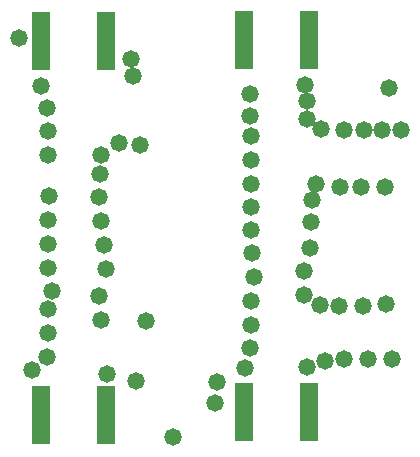
<source format=gbr>
%TF.GenerationSoftware,Altium Limited,Altium Designer,20.0.10 (225)*%
G04 Layer_Color=16711935*
%FSLAX26Y26*%
%MOIN*%
%TF.FileFunction,Soldermask,Bot*%
%TF.Part,CustomerPanel*%
G01*
G75*
%TA.AperFunction,SMDPad,CuDef*%
%ADD11R,0.062992X0.196850*%
%TA.AperFunction,ViaPad*%
%ADD17C,0.058000*%
D11*
X3414705Y3353189D02*
D03*
X3196595D02*
D03*
X3414705Y4592559D02*
D03*
X3196595D02*
D03*
X2736949Y4590591D02*
D03*
X2518839D02*
D03*
Y3343347D02*
D03*
X2736949D02*
D03*
D17*
X3400000Y4444016D02*
D03*
X3405000Y4389016D02*
D03*
X3215000Y4414016D02*
D03*
X3221374Y4193958D02*
D03*
X3221390Y4273486D02*
D03*
X3215000Y4339016D02*
D03*
X3405000Y4329016D02*
D03*
X3437563Y4112756D02*
D03*
X3680000Y4434016D02*
D03*
X3665000Y4104016D02*
D03*
X3221083Y3960108D02*
D03*
X3585000Y4104016D02*
D03*
X3515000D02*
D03*
X3217382Y3565090D02*
D03*
X3405000Y3504016D02*
D03*
X3100000Y3384016D02*
D03*
X3105000Y3454016D02*
D03*
X3594022Y3706207D02*
D03*
X3514494D02*
D03*
X3530069Y3530085D02*
D03*
X3609593Y3529304D02*
D03*
X3689120D02*
D03*
X3670000Y3714016D02*
D03*
X3655000Y4294016D02*
D03*
X3595000D02*
D03*
X3530672Y4294282D02*
D03*
X3720000Y4294016D02*
D03*
X3454254Y4298192D02*
D03*
X3221260Y4114431D02*
D03*
X3220781Y4034905D02*
D03*
X3221796Y3882434D02*
D03*
X3229057Y3803238D02*
D03*
X3220781Y3724142D02*
D03*
X3221390Y3644617D02*
D03*
X3200000Y3499016D02*
D03*
X3465000Y3524016D02*
D03*
X3450000Y3709016D02*
D03*
X3397684Y3743961D02*
D03*
X3397417Y3823488D02*
D03*
X3416787Y3900646D02*
D03*
X3419192Y3985761D02*
D03*
X3422292Y4060979D02*
D03*
X2820551Y4528543D02*
D03*
X2445551Y4598543D02*
D03*
X2520551Y4438543D02*
D03*
X2490551Y3493543D02*
D03*
X2741457Y3478627D02*
D03*
X2850551Y4243543D02*
D03*
X2825551Y4473543D02*
D03*
X2835004Y3454902D02*
D03*
X2868747Y3655792D02*
D03*
X2545704Y4072899D02*
D03*
X2542100Y3993454D02*
D03*
Y3913926D02*
D03*
X2542177Y3834398D02*
D03*
X2556171Y3756112D02*
D03*
X2735551Y3828543D02*
D03*
X2730551Y3908543D02*
D03*
X2718542Y3989039D02*
D03*
X2712878Y4068365D02*
D03*
X2717140Y4147778D02*
D03*
X2542100Y3696453D02*
D03*
X2542709Y3616928D02*
D03*
X2539520Y3537464D02*
D03*
X2719457Y3659052D02*
D03*
X2714348Y3738415D02*
D03*
X2539520Y4367766D02*
D03*
X2542709Y4288302D02*
D03*
X2542100Y4208777D02*
D03*
X2719003Y4208892D02*
D03*
X2960551Y3268543D02*
D03*
X2780551Y4248543D02*
D03*
%TF.MD5,fa82b0ec95f87049e98fd44d41667f44*%
M02*

</source>
